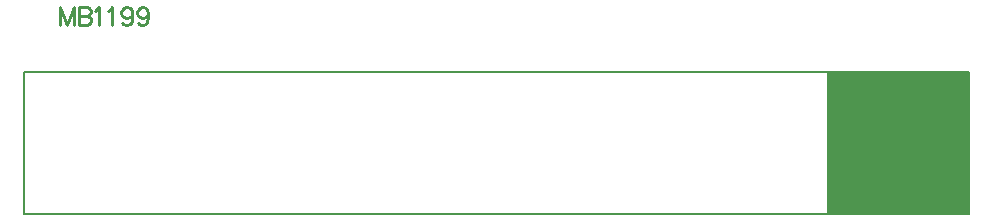
<source format=gbr>
%FSTAX23Y23*%
%MOIN*%
%SFA1B1*%

%IPPOS*%
%ADD11C,0.005000*%
%ADD12C,0.010000*%
%ADD13R,0.472000X0.472000*%
%LNpcb1-1*%
%LPD*%
G54D11*
X0Y0D02*
X0315D01*
Y00472*
X0D02*
X0315D01*
X0Y0D02*
Y00472D01*
G54D12*
X00118Y0069D02*
Y0063D01*
Y0069D02*
X00141Y0063D01*
X00164Y0069D02*
X00141Y0063D01*
X00164Y0069D02*
Y0063D01*
X00181Y0069D02*
Y0063D01*
Y0069D02*
X00207D01*
X00215Y00687*
X00218Y00684*
X00221Y00678*
Y00673*
X00218Y00667*
X00215Y00664*
X00207Y00661*
X00181D02*
X00207D01*
X00215Y00658*
X00218Y00656*
X00221Y0065*
Y00641*
X00218Y00636*
X00215Y00633*
X00207Y0063*
X00181*
X00234Y00678D02*
X0024Y00681D01*
X00249Y0069*
Y0063*
X00278Y00678D02*
X00284Y00681D01*
X00293Y0069*
Y0063*
X00359Y0067D02*
X00357Y00661D01*
X00351Y00656*
X00342Y00653*
X00339*
X00331Y00656*
X00325Y00661*
X00322Y0067*
Y00673*
X00325Y00681*
X00331Y00687*
X00339Y0069*
X00342*
X00351Y00687*
X00357Y00681*
X00359Y0067*
Y00656*
X00357Y00641*
X00351Y00633*
X00342Y0063*
X00337*
X00328Y00633*
X00325Y00638*
X00413Y0067D02*
X0041Y00661D01*
X00404Y00656*
X00396Y00653*
X00393*
X00384Y00656*
X00379Y00661*
X00376Y0067*
Y00673*
X00379Y00681*
X00384Y00687*
X00393Y0069*
X00396*
X00404Y00687*
X0041Y00681*
X00413Y0067*
Y00656*
X0041Y00641*
X00404Y00633*
X00396Y0063*
X0039*
X00381Y00633*
X00379Y00638*
G54D13*
X02913Y00236D03*
M02*
</source>
